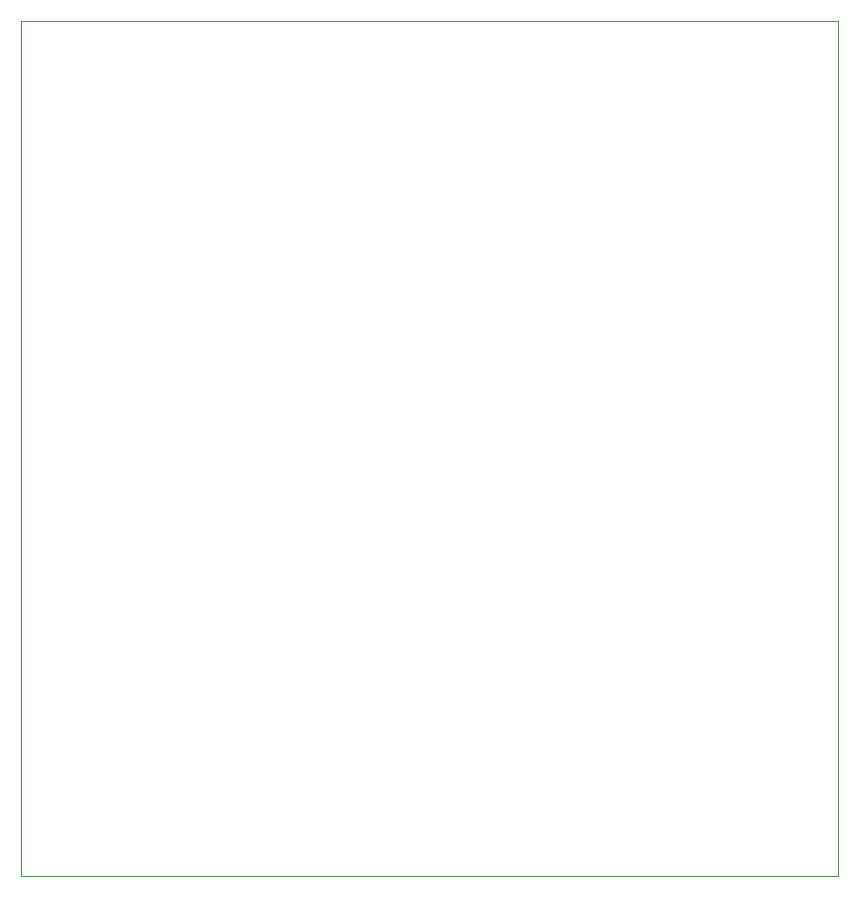
<source format=gbr>
%TF.GenerationSoftware,KiCad,Pcbnew,9.0.7*%
%TF.CreationDate,2026-02-16T21:59:21+01:00*%
%TF.ProjectId,anemometre,616e656d-6f6d-4657-9472-652e6b696361,rev?*%
%TF.SameCoordinates,Original*%
%TF.FileFunction,Profile,NP*%
%FSLAX46Y46*%
G04 Gerber Fmt 4.6, Leading zero omitted, Abs format (unit mm)*
G04 Created by KiCad (PCBNEW 9.0.7) date 2026-02-16 21:59:21*
%MOMM*%
%LPD*%
G01*
G04 APERTURE LIST*
%TA.AperFunction,Profile*%
%ADD10C,0.050000*%
%TD*%
G04 APERTURE END LIST*
D10*
X72136000Y-22860000D02*
X141351000Y-22860000D01*
X141351000Y-95250000D01*
X72136000Y-95250000D01*
X72136000Y-22860000D01*
M02*

</source>
